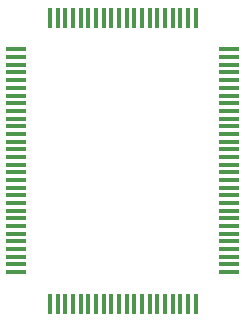
<source format=gbp>
G04*
G04 #@! TF.GenerationSoftware,Altium Limited,Altium Designer,21.7.2 (23)*
G04*
G04 Layer_Color=128*
%FSAX44Y44*%
%MOMM*%
G71*
G04*
G04 #@! TF.SameCoordinates,CF3CE134-0CDD-455B-BED0-1871B7D76FAE*
G04*
G04*
G04 #@! TF.FilePolarity,Positive*
G04*
G01*
G75*
%ADD19R,1.8000X0.3500*%
%ADD20R,0.3500X1.8000*%
D19*
X00741750Y00566250D02*
D03*
Y00572750D02*
D03*
Y00559750D02*
D03*
Y00546750D02*
D03*
Y00553250D02*
D03*
Y00533750D02*
D03*
Y00540250D02*
D03*
Y00520750D02*
D03*
Y00527250D02*
D03*
Y00507750D02*
D03*
Y00514250D02*
D03*
Y00494750D02*
D03*
Y00501250D02*
D03*
Y00481750D02*
D03*
Y00488250D02*
D03*
Y00397250D02*
D03*
Y00390750D02*
D03*
Y00410250D02*
D03*
Y00403750D02*
D03*
Y00423250D02*
D03*
Y00416750D02*
D03*
Y00436250D02*
D03*
Y00429750D02*
D03*
Y00449250D02*
D03*
Y00442750D02*
D03*
Y00462250D02*
D03*
Y00455750D02*
D03*
Y00468750D02*
D03*
Y00475250D02*
D03*
Y00384250D02*
D03*
X00921750Y00572750D02*
D03*
Y00481750D02*
D03*
Y00488250D02*
D03*
Y00501250D02*
D03*
Y00494750D02*
D03*
Y00514250D02*
D03*
Y00507750D02*
D03*
Y00527250D02*
D03*
Y00520750D02*
D03*
Y00540250D02*
D03*
Y00533750D02*
D03*
Y00553250D02*
D03*
Y00546750D02*
D03*
Y00566250D02*
D03*
Y00559750D02*
D03*
Y00468750D02*
D03*
Y00475250D02*
D03*
Y00455750D02*
D03*
Y00462250D02*
D03*
Y00442750D02*
D03*
Y00449250D02*
D03*
Y00429750D02*
D03*
Y00436250D02*
D03*
Y00416750D02*
D03*
Y00423250D02*
D03*
Y00403750D02*
D03*
Y00410250D02*
D03*
Y00397250D02*
D03*
Y00384250D02*
D03*
Y00390750D02*
D03*
D20*
X00867500Y00357500D02*
D03*
X00874000D02*
D03*
X00887000D02*
D03*
X00880500D02*
D03*
X00893500D02*
D03*
X00854500D02*
D03*
X00861000D02*
D03*
X00841500D02*
D03*
X00848000D02*
D03*
X00828500D02*
D03*
X00835000D02*
D03*
X00815500D02*
D03*
X00822000D02*
D03*
X00802500D02*
D03*
X00809000D02*
D03*
X00789500D02*
D03*
X00796000D02*
D03*
X00783000D02*
D03*
X00770000D02*
D03*
X00776500D02*
D03*
X00887000Y00599500D02*
D03*
X00893500D02*
D03*
X00880500D02*
D03*
X00867500D02*
D03*
X00874000D02*
D03*
X00854500D02*
D03*
X00861000D02*
D03*
X00841500D02*
D03*
X00848000D02*
D03*
X00828500D02*
D03*
X00835000D02*
D03*
X00815500D02*
D03*
X00822000D02*
D03*
X00802500D02*
D03*
X00809000D02*
D03*
X00770000D02*
D03*
X00783000D02*
D03*
X00776500D02*
D03*
X00789500D02*
D03*
X00796000D02*
D03*
M02*

</source>
